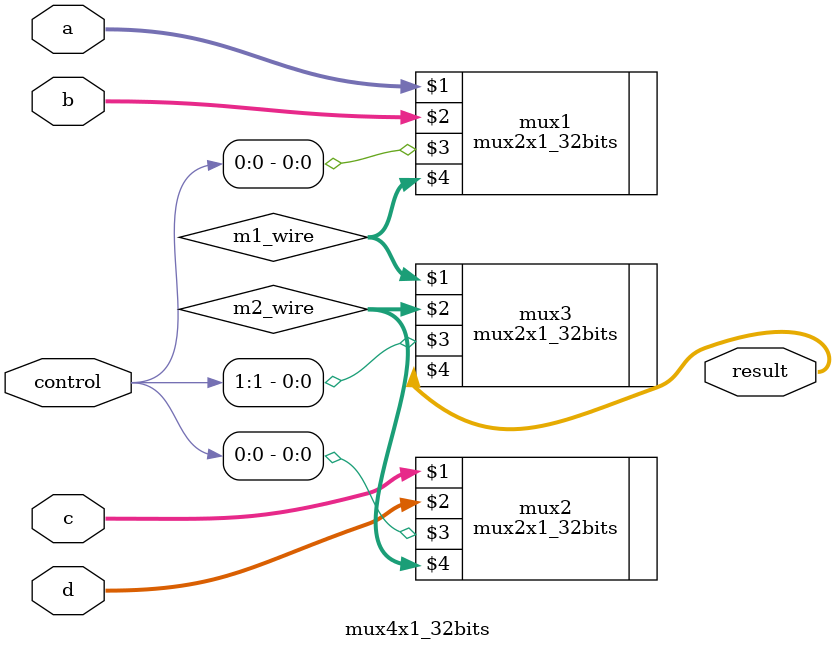
<source format=v>
module mux4x1_32bits (input [31:0] a, input [31:0] b, input [31:0] c, 
							 input [31:0] d, input [1:0] control, output [31:0] result);

	wire [31:0] m1_wire;
	wire [31:0] m2_wire;

	mux2x1_32bits mux1(a, b, control[0], m1_wire);
	mux2x1_32bits mux2(c, d, control[0], m2_wire);
	mux2x1_32bits mux3(m1_wire, m2_wire, control[1], result);

endmodule
</source>
